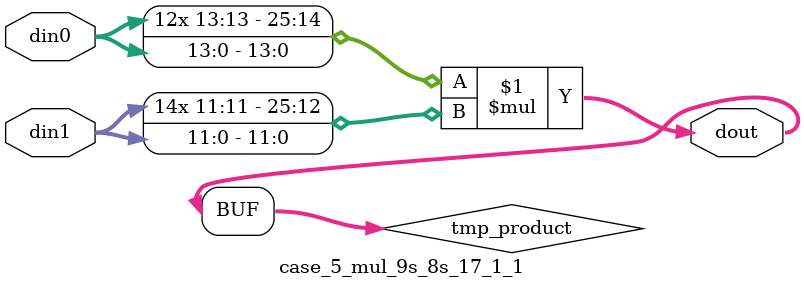
<source format=v>

`timescale 1 ns / 1 ps

 (* use_dsp = "no" *)  module case_5_mul_9s_8s_17_1_1(din0, din1, dout);
parameter ID = 1;
parameter NUM_STAGE = 0;
parameter din0_WIDTH = 14;
parameter din1_WIDTH = 12;
parameter dout_WIDTH = 26;

input [din0_WIDTH - 1 : 0] din0; 
input [din1_WIDTH - 1 : 0] din1; 
output [dout_WIDTH - 1 : 0] dout;

wire signed [dout_WIDTH - 1 : 0] tmp_product;



























assign tmp_product = $signed(din0) * $signed(din1);








assign dout = tmp_product;





















endmodule

</source>
